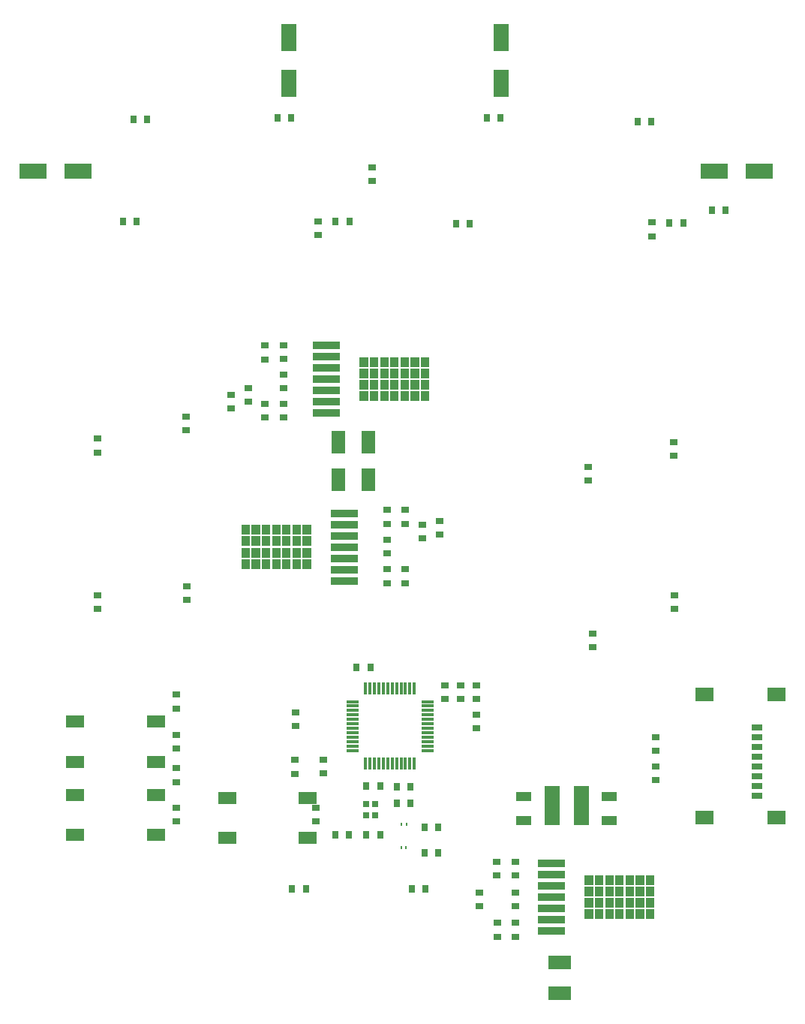
<source format=gtp>
G04*
G04 #@! TF.GenerationSoftware,Altium Limited,Altium Designer,24.2.2 (26)*
G04*
G04 Layer_Color=8421504*
%FSLAX25Y25*%
%MOIN*%
G70*
G04*
G04 #@! TF.SameCoordinates,1A1EAA83-3352-477D-9F2F-1BB8837AECD5*
G04*
G04*
G04 #@! TF.FilePolarity,Positive*
G04*
G01*
G75*
%ADD18R,0.10000X0.05984*%
%ADD19R,0.05984X0.10000*%
%ADD20R,0.08268X0.05512*%
%ADD21R,0.04724X0.03150*%
%ADD22R,0.07874X0.05906*%
%ADD23R,0.05807X0.01181*%
%ADD24R,0.01181X0.05807*%
%ADD25R,0.03402X0.03098*%
%ADD26R,0.01083X0.01575*%
%ADD27R,0.03098X0.03402*%
%ADD28R,0.02756X0.03150*%
%ADD29R,0.12047X0.03504*%
%ADD30R,0.07165X0.04331*%
%ADD31R,0.06890X0.17717*%
%ADD32R,0.07087X0.12402*%
%ADD33R,0.12402X0.07087*%
G36*
X352953Y576815D02*
X349213D01*
Y581106D01*
X352953D01*
Y576815D01*
D02*
G37*
G36*
X348425D02*
X344685D01*
Y581106D01*
X348425D01*
Y576815D01*
D02*
G37*
G36*
X343898D02*
X340158D01*
Y581106D01*
X343898D01*
Y576815D01*
D02*
G37*
G36*
X339370D02*
X335630D01*
Y581106D01*
X339370D01*
Y576815D01*
D02*
G37*
G36*
X334842D02*
X331102D01*
Y581106D01*
X334842D01*
Y576815D01*
D02*
G37*
G36*
X330315D02*
X326575D01*
Y581106D01*
X330315D01*
Y576815D01*
D02*
G37*
G36*
X325787D02*
X322047D01*
Y581106D01*
X325787D01*
Y576815D01*
D02*
G37*
G36*
X352953Y571736D02*
X349213D01*
Y576028D01*
X352953D01*
Y571736D01*
D02*
G37*
G36*
X348425D02*
X344685D01*
Y576028D01*
X348425D01*
Y571736D01*
D02*
G37*
G36*
X343898D02*
X340158D01*
Y576028D01*
X343898D01*
Y571736D01*
D02*
G37*
G36*
X339370D02*
X335630D01*
Y576028D01*
X339370D01*
Y571736D01*
D02*
G37*
G36*
X334842D02*
X331102D01*
Y576028D01*
X334842D01*
Y571736D01*
D02*
G37*
G36*
X330315D02*
X326575D01*
Y576028D01*
X330315D01*
Y571736D01*
D02*
G37*
G36*
X325787D02*
X322047D01*
Y576028D01*
X325787D01*
Y571736D01*
D02*
G37*
G36*
X505453Y431472D02*
X501713D01*
Y435764D01*
X505453D01*
Y431472D01*
D02*
G37*
G36*
X500925D02*
X497185D01*
Y435764D01*
X500925D01*
Y431472D01*
D02*
G37*
G36*
X496398D02*
X492658D01*
Y435764D01*
X496398D01*
Y431472D01*
D02*
G37*
G36*
X491870D02*
X488130D01*
Y435764D01*
X491870D01*
Y431472D01*
D02*
G37*
G36*
X487343D02*
X483602D01*
Y435764D01*
X487343D01*
Y431472D01*
D02*
G37*
G36*
X482815D02*
X479075D01*
Y435764D01*
X482815D01*
Y431472D01*
D02*
G37*
G36*
X478287D02*
X474547D01*
Y435764D01*
X478287D01*
Y431472D01*
D02*
G37*
G36*
X505453Y426394D02*
X501713D01*
Y430685D01*
X505453D01*
Y426394D01*
D02*
G37*
G36*
X500925D02*
X497185D01*
Y430685D01*
X500925D01*
Y426394D01*
D02*
G37*
G36*
X496398D02*
X492658D01*
Y430685D01*
X496398D01*
Y426394D01*
D02*
G37*
G36*
X491870D02*
X488130D01*
Y430685D01*
X491870D01*
Y426394D01*
D02*
G37*
G36*
X487343D02*
X483602D01*
Y430685D01*
X487343D01*
Y426394D01*
D02*
G37*
G36*
X482815D02*
X479075D01*
Y430685D01*
X482815D01*
Y426394D01*
D02*
G37*
G36*
X478287D02*
X474547D01*
Y430685D01*
X478287D01*
Y426394D01*
D02*
G37*
G36*
X505453Y421315D02*
X501713D01*
Y425606D01*
X505453D01*
Y421315D01*
D02*
G37*
G36*
X500925D02*
X497185D01*
Y425606D01*
X500925D01*
Y421315D01*
D02*
G37*
G36*
X496398D02*
X492658D01*
Y425606D01*
X496398D01*
Y421315D01*
D02*
G37*
G36*
X491870D02*
X488130D01*
Y425606D01*
X491870D01*
Y421315D01*
D02*
G37*
G36*
X487343D02*
X483602D01*
Y425606D01*
X487343D01*
Y421315D01*
D02*
G37*
G36*
X482815D02*
X479075D01*
Y425606D01*
X482815D01*
Y421315D01*
D02*
G37*
G36*
X478287D02*
X474547D01*
Y425606D01*
X478287D01*
Y421315D01*
D02*
G37*
G36*
X505453Y416236D02*
X501713D01*
Y420528D01*
X505453D01*
Y416236D01*
D02*
G37*
G36*
X500925D02*
X497185D01*
Y420528D01*
X500925D01*
Y416236D01*
D02*
G37*
G36*
X496398D02*
X492658D01*
Y420528D01*
X496398D01*
Y416236D01*
D02*
G37*
G36*
X491870D02*
X488130D01*
Y420528D01*
X491870D01*
Y416236D01*
D02*
G37*
G36*
X487343D02*
X483602D01*
Y420528D01*
X487343D01*
Y416236D01*
D02*
G37*
G36*
X482815D02*
X479075D01*
Y420528D01*
X482815D01*
Y416236D01*
D02*
G37*
G36*
X478287D02*
X474547D01*
Y420528D01*
X478287D01*
Y416236D01*
D02*
G37*
G36*
X405453Y646236D02*
X401713D01*
Y650528D01*
X405453D01*
Y646236D01*
D02*
G37*
G36*
X400925D02*
X397185D01*
Y650528D01*
X400925D01*
Y646236D01*
D02*
G37*
G36*
X396398D02*
X392657D01*
Y650528D01*
X396398D01*
Y646236D01*
D02*
G37*
G36*
X391870D02*
X388130D01*
Y650528D01*
X391870D01*
Y646236D01*
D02*
G37*
G36*
X387343D02*
X383602D01*
Y650528D01*
X387343D01*
Y646236D01*
D02*
G37*
G36*
X382815D02*
X379075D01*
Y650528D01*
X382815D01*
Y646236D01*
D02*
G37*
G36*
X378287D02*
X374547D01*
Y650528D01*
X378287D01*
Y646236D01*
D02*
G37*
G36*
X352953Y586972D02*
X349213D01*
Y591264D01*
X352953D01*
Y586972D01*
D02*
G37*
G36*
X348425D02*
X344685D01*
Y591264D01*
X348425D01*
Y586972D01*
D02*
G37*
G36*
X343898D02*
X340158D01*
Y591264D01*
X343898D01*
Y586972D01*
D02*
G37*
G36*
X339370D02*
X335630D01*
Y591264D01*
X339370D01*
Y586972D01*
D02*
G37*
G36*
X334842D02*
X331102D01*
Y591264D01*
X334842D01*
Y586972D01*
D02*
G37*
G36*
X330315D02*
X326575D01*
Y591264D01*
X330315D01*
Y586972D01*
D02*
G37*
G36*
X325787D02*
X322047D01*
Y591264D01*
X325787D01*
Y586972D01*
D02*
G37*
G36*
X352953Y581894D02*
X349213D01*
Y586185D01*
X352953D01*
Y581894D01*
D02*
G37*
G36*
X348425D02*
X344685D01*
Y586185D01*
X348425D01*
Y581894D01*
D02*
G37*
G36*
X343898D02*
X340158D01*
Y586185D01*
X343898D01*
Y581894D01*
D02*
G37*
G36*
X339370D02*
X335630D01*
Y586185D01*
X339370D01*
Y581894D01*
D02*
G37*
G36*
X334842D02*
X331102D01*
Y586185D01*
X334842D01*
Y581894D01*
D02*
G37*
G36*
X330315D02*
X326575D01*
Y586185D01*
X330315D01*
Y581894D01*
D02*
G37*
G36*
X325787D02*
X322047D01*
Y586185D01*
X325787D01*
Y581894D01*
D02*
G37*
G36*
X405453Y661472D02*
X401713D01*
Y665764D01*
X405453D01*
Y661472D01*
D02*
G37*
G36*
X400925D02*
X397185D01*
Y665764D01*
X400925D01*
Y661472D01*
D02*
G37*
G36*
X396398D02*
X392657D01*
Y665764D01*
X396398D01*
Y661472D01*
D02*
G37*
G36*
X391870D02*
X388130D01*
Y665764D01*
X391870D01*
Y661472D01*
D02*
G37*
G36*
X387343D02*
X383602D01*
Y665764D01*
X387343D01*
Y661472D01*
D02*
G37*
G36*
X382815D02*
X379075D01*
Y665764D01*
X382815D01*
Y661472D01*
D02*
G37*
G36*
X378287D02*
X374547D01*
Y665764D01*
X378287D01*
Y661472D01*
D02*
G37*
G36*
X405453Y656394D02*
X401713D01*
Y660685D01*
X405453D01*
Y656394D01*
D02*
G37*
G36*
X400925D02*
X397185D01*
Y660685D01*
X400925D01*
Y656394D01*
D02*
G37*
G36*
X396398D02*
X392657D01*
Y660685D01*
X396398D01*
Y656394D01*
D02*
G37*
G36*
X391870D02*
X388130D01*
Y660685D01*
X391870D01*
Y656394D01*
D02*
G37*
G36*
X387343D02*
X383602D01*
Y660685D01*
X387343D01*
Y656394D01*
D02*
G37*
G36*
X382815D02*
X379075D01*
Y660685D01*
X382815D01*
Y656394D01*
D02*
G37*
G36*
X378287D02*
X374547D01*
Y660685D01*
X378287D01*
Y656394D01*
D02*
G37*
G36*
X405453Y651315D02*
X401713D01*
Y655606D01*
X405453D01*
Y651315D01*
D02*
G37*
G36*
X400925D02*
X397185D01*
Y655606D01*
X400925D01*
Y651315D01*
D02*
G37*
G36*
X396398D02*
X392657D01*
Y655606D01*
X396398D01*
Y651315D01*
D02*
G37*
G36*
X391870D02*
X388130D01*
Y655606D01*
X391870D01*
Y651315D01*
D02*
G37*
G36*
X387343D02*
X383602D01*
Y655606D01*
X387343D01*
Y651315D01*
D02*
G37*
G36*
X382815D02*
X379075D01*
Y655606D01*
X382815D01*
Y651315D01*
D02*
G37*
G36*
X378287D02*
X374547D01*
Y655606D01*
X378287D01*
Y651315D01*
D02*
G37*
D18*
X463500Y396965D02*
D03*
Y383500D02*
D03*
D19*
X365000Y628000D02*
D03*
X378465D02*
D03*
X365000Y611500D02*
D03*
X378465D02*
D03*
D20*
X248143Y471423D02*
D03*
X283969D02*
D03*
X248143Y453707D02*
D03*
X283969D02*
D03*
Y486172D02*
D03*
X248143D02*
D03*
X283969Y503888D02*
D03*
X248143D02*
D03*
X351474Y452382D02*
D03*
X315647D02*
D03*
X351474Y470098D02*
D03*
X315647D02*
D03*
D21*
X551227Y501453D02*
D03*
Y497123D02*
D03*
Y492792D02*
D03*
Y488461D02*
D03*
Y484130D02*
D03*
Y479800D02*
D03*
Y475469D02*
D03*
Y471138D02*
D03*
D22*
X559888Y461414D02*
D03*
Y516099D02*
D03*
X527605D02*
D03*
Y461414D02*
D03*
D23*
X371315Y491173D02*
D03*
Y493142D02*
D03*
Y495110D02*
D03*
Y497079D02*
D03*
Y499047D02*
D03*
Y501016D02*
D03*
Y502984D02*
D03*
Y504953D02*
D03*
Y506921D02*
D03*
Y508890D02*
D03*
Y510858D02*
D03*
Y512827D02*
D03*
X404685D02*
D03*
Y510858D02*
D03*
Y508890D02*
D03*
Y506921D02*
D03*
Y504953D02*
D03*
Y502984D02*
D03*
Y501016D02*
D03*
Y499047D02*
D03*
Y497079D02*
D03*
Y495110D02*
D03*
Y493142D02*
D03*
Y491173D02*
D03*
D24*
X377173Y518685D02*
D03*
X379142D02*
D03*
X381110D02*
D03*
X383079D02*
D03*
X385047D02*
D03*
X387016D02*
D03*
X388984D02*
D03*
X390953D02*
D03*
X392921D02*
D03*
X394890D02*
D03*
X396858D02*
D03*
X398827D02*
D03*
Y485315D02*
D03*
X396858D02*
D03*
X394890D02*
D03*
X392921D02*
D03*
X390953D02*
D03*
X388984D02*
D03*
X387016D02*
D03*
X385047D02*
D03*
X383079D02*
D03*
X381110D02*
D03*
X379142D02*
D03*
X377173D02*
D03*
D25*
X297428Y633271D02*
D03*
Y639373D02*
D03*
X293011Y509766D02*
D03*
Y515869D02*
D03*
Y491979D02*
D03*
Y498081D02*
D03*
Y459514D02*
D03*
Y465616D02*
D03*
Y477173D02*
D03*
Y483275D02*
D03*
X345784Y480765D02*
D03*
Y486868D02*
D03*
X258000Y553949D02*
D03*
Y560051D02*
D03*
X297699Y564148D02*
D03*
Y558045D02*
D03*
X355071Y459514D02*
D03*
Y465616D02*
D03*
X358500Y480949D02*
D03*
Y487051D02*
D03*
X346000Y501949D02*
D03*
Y508051D02*
D03*
X506000Y497051D02*
D03*
Y490949D02*
D03*
Y478000D02*
D03*
Y484102D02*
D03*
X514500Y553949D02*
D03*
Y560051D02*
D03*
X514165Y628000D02*
D03*
Y621898D02*
D03*
X386885Y584789D02*
D03*
Y578687D02*
D03*
X386895Y571541D02*
D03*
Y565439D02*
D03*
X402500Y585398D02*
D03*
Y591500D02*
D03*
X394852Y571541D02*
D03*
Y565439D02*
D03*
X410000Y593051D02*
D03*
Y586949D02*
D03*
X386824Y591806D02*
D03*
Y597908D02*
D03*
X394852Y591806D02*
D03*
Y597908D02*
D03*
X476000Y617051D02*
D03*
Y610949D02*
D03*
X332530Y664825D02*
D03*
Y670927D02*
D03*
X340810Y652061D02*
D03*
Y658163D02*
D03*
X340750Y664892D02*
D03*
Y670995D02*
D03*
X412500Y513949D02*
D03*
Y520051D02*
D03*
X419500Y513949D02*
D03*
Y520051D02*
D03*
X426500Y507000D02*
D03*
Y500898D02*
D03*
X478000Y543051D02*
D03*
Y536949D02*
D03*
X426500Y520000D02*
D03*
Y513898D02*
D03*
X443618Y421858D02*
D03*
Y427961D02*
D03*
X427642Y427961D02*
D03*
Y421858D02*
D03*
X443659Y414558D02*
D03*
Y408456D02*
D03*
X435725Y414558D02*
D03*
Y408456D02*
D03*
X435290Y435573D02*
D03*
Y441676D02*
D03*
X443618Y435573D02*
D03*
Y441676D02*
D03*
X258000Y623449D02*
D03*
Y629551D02*
D03*
X317500Y642949D02*
D03*
Y649051D02*
D03*
X332530Y645140D02*
D03*
Y639038D02*
D03*
X340789Y645127D02*
D03*
Y639025D02*
D03*
X325000Y652051D02*
D03*
Y645949D02*
D03*
X504500Y725551D02*
D03*
Y719449D02*
D03*
X356000Y719949D02*
D03*
Y726051D02*
D03*
X380000Y750051D02*
D03*
Y743949D02*
D03*
D26*
X395233Y448052D02*
D03*
X393162D02*
D03*
X395268Y458283D02*
D03*
X393197D02*
D03*
D27*
X344576Y429665D02*
D03*
X350679D02*
D03*
X363678Y453760D02*
D03*
X369781D02*
D03*
X377507D02*
D03*
X383609D02*
D03*
X377555Y475194D02*
D03*
X383658D02*
D03*
X390961Y467560D02*
D03*
X397064D02*
D03*
X391038Y475114D02*
D03*
X397140D02*
D03*
X379249Y527885D02*
D03*
X373147D02*
D03*
X403423Y445807D02*
D03*
X409525D02*
D03*
X403469Y456880D02*
D03*
X409572D02*
D03*
X403809Y429665D02*
D03*
X397707D02*
D03*
X423551Y725000D02*
D03*
X417449D02*
D03*
X518326Y725400D02*
D03*
X512223D02*
D03*
X504051Y770500D02*
D03*
X497949D02*
D03*
X275528Y725900D02*
D03*
X269425D02*
D03*
X363849D02*
D03*
X369951D02*
D03*
X437051Y772000D02*
D03*
X430949D02*
D03*
X530949Y731000D02*
D03*
X537051D02*
D03*
X280102Y771500D02*
D03*
X274000D02*
D03*
X344102Y772000D02*
D03*
X338000D02*
D03*
D28*
X377439Y462267D02*
D03*
Y467385D02*
D03*
X381376D02*
D03*
Y462267D02*
D03*
D29*
X367657Y586500D02*
D03*
Y566500D02*
D03*
Y571500D02*
D03*
Y576500D02*
D03*
Y581500D02*
D03*
Y591500D02*
D03*
Y596500D02*
D03*
X359842Y651000D02*
D03*
Y671000D02*
D03*
Y666000D02*
D03*
Y661000D02*
D03*
Y656000D02*
D03*
Y646000D02*
D03*
Y641000D02*
D03*
X459842Y411000D02*
D03*
Y416000D02*
D03*
Y426000D02*
D03*
Y431000D02*
D03*
Y436000D02*
D03*
Y441000D02*
D03*
Y421000D02*
D03*
D30*
X485512Y459874D02*
D03*
Y470583D02*
D03*
X447518Y459874D02*
D03*
Y470583D02*
D03*
D31*
X472927Y466533D02*
D03*
X460131D02*
D03*
D32*
X437500Y807539D02*
D03*
Y787461D02*
D03*
X343000Y807539D02*
D03*
Y787461D02*
D03*
D33*
X552079Y748500D02*
D03*
X532000D02*
D03*
X229461D02*
D03*
X249539D02*
D03*
M02*

</source>
